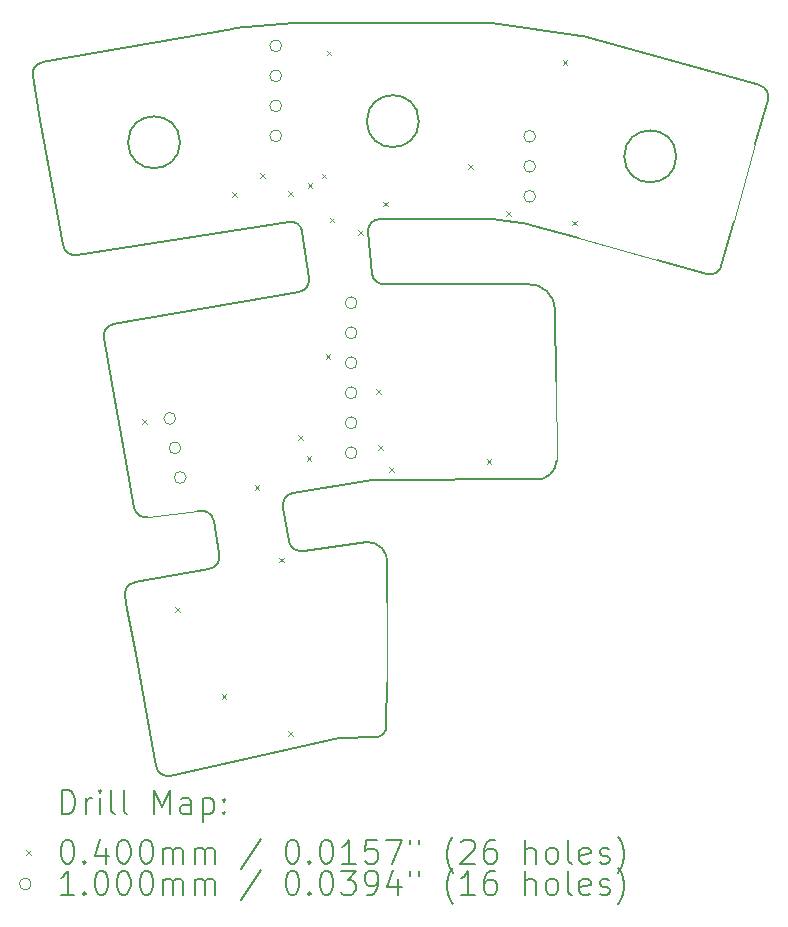
<source format=gbr>
%TF.GenerationSoftware,KiCad,Pcbnew,7.0.7*%
%TF.CreationDate,2024-02-03T15:44:29+08:00*%
%TF.ProjectId,flex,666c6578-2e6b-4696-9361-645f70636258,rev?*%
%TF.SameCoordinates,Original*%
%TF.FileFunction,Drillmap*%
%TF.FilePolarity,Positive*%
%FSLAX45Y45*%
G04 Gerber Fmt 4.5, Leading zero omitted, Abs format (unit mm)*
G04 Created by KiCad (PCBNEW 7.0.7) date 2024-02-03 15:44:29*
%MOMM*%
%LPD*%
G01*
G04 APERTURE LIST*
%ADD10C,0.200000*%
%ADD11C,0.050000*%
%ADD12C,0.040000*%
%ADD13C,0.100000*%
G04 APERTURE END LIST*
D10*
X8555443Y-6193620D02*
X8588920Y-6544631D01*
D11*
X10151759Y-8130428D02*
X10150581Y-7455429D01*
D10*
X6578791Y-9159953D02*
G75*
G03*
X6498440Y-9277529I17799J-98407D01*
G01*
X7999179Y-6190786D02*
G75*
G03*
X7884479Y-6105951I-99029J-13934D01*
G01*
X6505684Y-8140108D02*
X6387312Y-7475569D01*
X9602204Y-6085052D02*
G75*
G03*
X9588632Y-6084126I-13574J-99048D01*
G01*
X9588632Y-6084126D02*
X8654991Y-6084126D01*
X7249653Y-8639773D02*
G75*
G03*
X7116613Y-8553580I-107073J-19497D01*
G01*
X9602204Y-4425051D02*
X10362119Y-4529147D01*
X6761335Y-10716293D02*
X6709820Y-10432825D01*
X8654991Y-6084132D02*
G75*
G03*
X8555443Y-6193620I-1J-99998D01*
G01*
X6963330Y-5432817D02*
G75*
G03*
X6963330Y-5432817I-220000J0D01*
G01*
X10140952Y-6857929D02*
X10150581Y-7455429D01*
X11940831Y-5072795D02*
X11835280Y-5450836D01*
X8620912Y-10470958D02*
G75*
G03*
X8710912Y-10370953I-1642J91978D01*
G01*
X8588925Y-6544631D02*
G75*
G03*
X8688622Y-6635137I99545J9491D01*
G01*
X7939859Y-4424126D02*
G75*
G03*
X7931057Y-4424514I1J-99894D01*
G01*
X8597566Y-8295276D02*
G75*
G03*
X8588763Y-8295665I4J-99994D01*
G01*
X5796008Y-4757601D02*
G75*
G03*
X5714951Y-4873086I17482J-98459D01*
G01*
X6399393Y-6973159D02*
G75*
G03*
X6318480Y-7089151I17537J-98451D01*
G01*
X11425000Y-6548437D02*
X11006407Y-6431563D01*
X8306806Y-10473223D02*
X6881811Y-10795943D01*
X8016904Y-8892278D02*
X8550202Y-8816586D01*
X5796007Y-4757597D02*
X7410571Y-4470898D01*
D11*
X10339365Y-6245322D02*
X11006407Y-6431563D01*
D10*
X8718416Y-9000722D02*
G75*
G03*
X8550202Y-8816586I-168216J15232D01*
G01*
X11653759Y-6100971D02*
X11548208Y-6479012D01*
X10339365Y-6245322D02*
X9929033Y-6130755D01*
X6399394Y-6973164D02*
X7972959Y-6698675D01*
X7939859Y-4424126D02*
X9588632Y-4424126D01*
X8054800Y-6586234D02*
X7999176Y-6190786D01*
X9970952Y-8287929D02*
X8597566Y-8295276D01*
X5974358Y-6306286D02*
X5905000Y-5930000D01*
X7972959Y-6698676D02*
G75*
G03*
X8054800Y-6586234I-17190J98516D01*
G01*
X9915712Y-6127996D02*
X9602204Y-6085051D01*
X7296108Y-8912783D02*
X7249657Y-8639772D01*
D11*
X11653759Y-6100971D02*
X11835280Y-5450836D01*
D10*
X6589129Y-9768703D02*
X6709820Y-10432825D01*
X5974357Y-6306286D02*
G75*
G03*
X6088157Y-6386958I98343J18126D01*
G01*
X10375440Y-4531905D02*
X11871407Y-4949587D01*
X6761337Y-10716293D02*
G75*
G03*
X6881811Y-10795943I98383J17873D01*
G01*
X5779416Y-5246102D02*
X5714951Y-4873086D01*
X7419305Y-4469737D02*
X7931057Y-4424514D01*
X8620912Y-10470953D02*
X8306806Y-10473223D01*
X8718413Y-9000722D02*
X8718413Y-9328376D01*
X8719591Y-10003374D02*
X8710912Y-10370953D01*
X5905000Y-5930000D02*
X5779416Y-5246102D01*
X6574516Y-8526526D02*
X6505684Y-8140108D01*
D11*
X8719591Y-10003374D02*
X8718413Y-9328376D01*
D10*
X6518949Y-9382528D02*
X6498440Y-9277529D01*
X6574521Y-8526525D02*
G75*
G03*
X6690503Y-8607439I98449J17535D01*
G01*
X9970952Y-8287927D02*
G75*
G03*
X10151759Y-8130428I14908J165418D01*
G01*
X7419305Y-4469737D02*
G75*
G03*
X7410571Y-4470898I8825J-99813D01*
G01*
X6387312Y-7475569D02*
X6318480Y-7089151D01*
X11940829Y-5072795D02*
G75*
G03*
X11871407Y-4949587I-96329J26885D01*
G01*
X11165095Y-5552700D02*
G75*
G03*
X11165095Y-5552700I-220000J0D01*
G01*
X10140953Y-6857929D02*
G75*
G03*
X9900952Y-6633278I-225143J-1D01*
G01*
X9602204Y-4425052D02*
G75*
G03*
X9588632Y-4424126I-13574J-99048D01*
G01*
X10375440Y-4531905D02*
G75*
G03*
X10362119Y-4529147I-26930J-96495D01*
G01*
X7209914Y-9045821D02*
G75*
G03*
X7296108Y-8912783I-19494J107071D01*
G01*
X7884479Y-6105950D02*
X6088157Y-6386958D01*
X9929033Y-6130755D02*
G75*
G03*
X9915712Y-6127996I-26883J-96275D01*
G01*
X7883858Y-8806086D02*
G75*
G03*
X8016904Y-8892278I107072J19496D01*
G01*
X7837410Y-8533074D02*
X7883861Y-8806086D01*
D11*
X7116613Y-8553580D02*
X6690503Y-8607439D01*
D10*
X8688622Y-6635137D02*
X9900952Y-6633278D01*
X6578791Y-9159955D02*
X7209915Y-9045827D01*
X11424999Y-6548439D02*
G75*
G03*
X11548208Y-6479012I26891J96319D01*
G01*
X8985450Y-5254126D02*
G75*
G03*
X8985450Y-5254126I-220000J0D01*
G01*
X6589129Y-9768703D02*
X6518949Y-9382528D01*
X7923601Y-8400026D02*
G75*
G03*
X7837410Y-8533074I19499J-107074D01*
G01*
X8588763Y-8295664D02*
X7923602Y-8400031D01*
D12*
X6645000Y-7780000D02*
X6685000Y-7820000D01*
X6685000Y-7780000D02*
X6645000Y-7820000D01*
X6925000Y-9366000D02*
X6965000Y-9406000D01*
X6965000Y-9366000D02*
X6925000Y-9406000D01*
X7316000Y-10104000D02*
X7356000Y-10144000D01*
X7356000Y-10104000D02*
X7316000Y-10144000D01*
X7404053Y-5856778D02*
X7444053Y-5896778D01*
X7444053Y-5856778D02*
X7404053Y-5896778D01*
X7595000Y-8334048D02*
X7635000Y-8374048D01*
X7635000Y-8334048D02*
X7595000Y-8374048D01*
X7644053Y-5696778D02*
X7684053Y-5736778D01*
X7684053Y-5696778D02*
X7644053Y-5736778D01*
X7805000Y-8950000D02*
X7845000Y-8990000D01*
X7845000Y-8950000D02*
X7805000Y-8990000D01*
X7879000Y-5849278D02*
X7919000Y-5889278D01*
X7919000Y-5849278D02*
X7879000Y-5889278D01*
X7880000Y-10418000D02*
X7920000Y-10458000D01*
X7920000Y-10418000D02*
X7880000Y-10458000D01*
X7965000Y-7910000D02*
X8005000Y-7950000D01*
X8005000Y-7910000D02*
X7965000Y-7950000D01*
X8035000Y-8089837D02*
X8075000Y-8129837D01*
X8075000Y-8089837D02*
X8035000Y-8129837D01*
X8044053Y-5776778D02*
X8084053Y-5816778D01*
X8084053Y-5776778D02*
X8044053Y-5816778D01*
X8162000Y-5699278D02*
X8202000Y-5739278D01*
X8202000Y-5699278D02*
X8162000Y-5739278D01*
X8196000Y-7224000D02*
X8236000Y-7264000D01*
X8236000Y-7224000D02*
X8196000Y-7264000D01*
X8204053Y-4656779D02*
X8244053Y-4696779D01*
X8244053Y-4656779D02*
X8204053Y-4696779D01*
X8230000Y-6071000D02*
X8270000Y-6111000D01*
X8270000Y-6071000D02*
X8230000Y-6111000D01*
X8473000Y-6174000D02*
X8513000Y-6214000D01*
X8513000Y-6174000D02*
X8473000Y-6214000D01*
X8627000Y-7523000D02*
X8667000Y-7563000D01*
X8667000Y-7523000D02*
X8627000Y-7563000D01*
X8640000Y-7997000D02*
X8680000Y-8037000D01*
X8680000Y-7997000D02*
X8640000Y-8037000D01*
X8684053Y-5936778D02*
X8724053Y-5976778D01*
X8724053Y-5936778D02*
X8684053Y-5976778D01*
X8735000Y-8181000D02*
X8775000Y-8221000D01*
X8775000Y-8181000D02*
X8735000Y-8221000D01*
X9404053Y-5616778D02*
X9444053Y-5656778D01*
X9444053Y-5616778D02*
X9404053Y-5656778D01*
X9559000Y-8113380D02*
X9599000Y-8153380D01*
X9599000Y-8113380D02*
X9559000Y-8153380D01*
X9724053Y-6016778D02*
X9764053Y-6056778D01*
X9764053Y-6016778D02*
X9724053Y-6056778D01*
X10204053Y-4736779D02*
X10244053Y-4776779D01*
X10244053Y-4736779D02*
X10204053Y-4776779D01*
X10284053Y-6096778D02*
X10324053Y-6136778D01*
X10324053Y-6096778D02*
X10284053Y-6136778D01*
D13*
X6927000Y-7771000D02*
G75*
G03*
X6927000Y-7771000I-50000J0D01*
G01*
X6971107Y-8021141D02*
G75*
G03*
X6971107Y-8021141I-50000J0D01*
G01*
X7015213Y-8271282D02*
G75*
G03*
X7015213Y-8271282I-50000J0D01*
G01*
X7824053Y-4616779D02*
G75*
G03*
X7824053Y-4616779I-50000J0D01*
G01*
X7824053Y-4870779D02*
G75*
G03*
X7824053Y-4870779I-50000J0D01*
G01*
X7824053Y-5124779D02*
G75*
G03*
X7824053Y-5124779I-50000J0D01*
G01*
X7824053Y-5378779D02*
G75*
G03*
X7824053Y-5378779I-50000J0D01*
G01*
X8463000Y-6792000D02*
G75*
G03*
X8463000Y-6792000I-50000J0D01*
G01*
X8463000Y-7046000D02*
G75*
G03*
X8463000Y-7046000I-50000J0D01*
G01*
X8463000Y-7300000D02*
G75*
G03*
X8463000Y-7300000I-50000J0D01*
G01*
X8463000Y-7554000D02*
G75*
G03*
X8463000Y-7554000I-50000J0D01*
G01*
X8463000Y-7808000D02*
G75*
G03*
X8463000Y-7808000I-50000J0D01*
G01*
X8463000Y-8062000D02*
G75*
G03*
X8463000Y-8062000I-50000J0D01*
G01*
X9974053Y-5382779D02*
G75*
G03*
X9974053Y-5382779I-50000J0D01*
G01*
X9974053Y-5636778D02*
G75*
G03*
X9974053Y-5636778I-50000J0D01*
G01*
X9974053Y-5890778D02*
G75*
G03*
X9974053Y-5890778I-50000J0D01*
G01*
D10*
X5964268Y-11119897D02*
X5964268Y-10919897D01*
X5964268Y-10919897D02*
X6011887Y-10919897D01*
X6011887Y-10919897D02*
X6040458Y-10929421D01*
X6040458Y-10929421D02*
X6059506Y-10948469D01*
X6059506Y-10948469D02*
X6069030Y-10967516D01*
X6069030Y-10967516D02*
X6078554Y-11005612D01*
X6078554Y-11005612D02*
X6078554Y-11034183D01*
X6078554Y-11034183D02*
X6069030Y-11072278D01*
X6069030Y-11072278D02*
X6059506Y-11091326D01*
X6059506Y-11091326D02*
X6040458Y-11110374D01*
X6040458Y-11110374D02*
X6011887Y-11119897D01*
X6011887Y-11119897D02*
X5964268Y-11119897D01*
X6164268Y-11119897D02*
X6164268Y-10986564D01*
X6164268Y-11024659D02*
X6173792Y-11005612D01*
X6173792Y-11005612D02*
X6183315Y-10996088D01*
X6183315Y-10996088D02*
X6202363Y-10986564D01*
X6202363Y-10986564D02*
X6221411Y-10986564D01*
X6288077Y-11119897D02*
X6288077Y-10986564D01*
X6288077Y-10919897D02*
X6278554Y-10929421D01*
X6278554Y-10929421D02*
X6288077Y-10938945D01*
X6288077Y-10938945D02*
X6297601Y-10929421D01*
X6297601Y-10929421D02*
X6288077Y-10919897D01*
X6288077Y-10919897D02*
X6288077Y-10938945D01*
X6411887Y-11119897D02*
X6392839Y-11110374D01*
X6392839Y-11110374D02*
X6383315Y-11091326D01*
X6383315Y-11091326D02*
X6383315Y-10919897D01*
X6516649Y-11119897D02*
X6497601Y-11110374D01*
X6497601Y-11110374D02*
X6488077Y-11091326D01*
X6488077Y-11091326D02*
X6488077Y-10919897D01*
X6745220Y-11119897D02*
X6745220Y-10919897D01*
X6745220Y-10919897D02*
X6811887Y-11062754D01*
X6811887Y-11062754D02*
X6878554Y-10919897D01*
X6878554Y-10919897D02*
X6878554Y-11119897D01*
X7059506Y-11119897D02*
X7059506Y-11015135D01*
X7059506Y-11015135D02*
X7049982Y-10996088D01*
X7049982Y-10996088D02*
X7030935Y-10986564D01*
X7030935Y-10986564D02*
X6992839Y-10986564D01*
X6992839Y-10986564D02*
X6973792Y-10996088D01*
X7059506Y-11110374D02*
X7040458Y-11119897D01*
X7040458Y-11119897D02*
X6992839Y-11119897D01*
X6992839Y-11119897D02*
X6973792Y-11110374D01*
X6973792Y-11110374D02*
X6964268Y-11091326D01*
X6964268Y-11091326D02*
X6964268Y-11072278D01*
X6964268Y-11072278D02*
X6973792Y-11053231D01*
X6973792Y-11053231D02*
X6992839Y-11043707D01*
X6992839Y-11043707D02*
X7040458Y-11043707D01*
X7040458Y-11043707D02*
X7059506Y-11034183D01*
X7154744Y-10986564D02*
X7154744Y-11186564D01*
X7154744Y-10996088D02*
X7173792Y-10986564D01*
X7173792Y-10986564D02*
X7211887Y-10986564D01*
X7211887Y-10986564D02*
X7230935Y-10996088D01*
X7230935Y-10996088D02*
X7240458Y-11005612D01*
X7240458Y-11005612D02*
X7249982Y-11024659D01*
X7249982Y-11024659D02*
X7249982Y-11081802D01*
X7249982Y-11081802D02*
X7240458Y-11100850D01*
X7240458Y-11100850D02*
X7230935Y-11110374D01*
X7230935Y-11110374D02*
X7211887Y-11119897D01*
X7211887Y-11119897D02*
X7173792Y-11119897D01*
X7173792Y-11119897D02*
X7154744Y-11110374D01*
X7335696Y-11100850D02*
X7345220Y-11110374D01*
X7345220Y-11110374D02*
X7335696Y-11119897D01*
X7335696Y-11119897D02*
X7326173Y-11110374D01*
X7326173Y-11110374D02*
X7335696Y-11100850D01*
X7335696Y-11100850D02*
X7335696Y-11119897D01*
X7335696Y-10996088D02*
X7345220Y-11005612D01*
X7345220Y-11005612D02*
X7335696Y-11015135D01*
X7335696Y-11015135D02*
X7326173Y-11005612D01*
X7326173Y-11005612D02*
X7335696Y-10996088D01*
X7335696Y-10996088D02*
X7335696Y-11015135D01*
D12*
X5663491Y-11428413D02*
X5703491Y-11468413D01*
X5703491Y-11428413D02*
X5663491Y-11468413D01*
D10*
X6002363Y-11339897D02*
X6021411Y-11339897D01*
X6021411Y-11339897D02*
X6040458Y-11349421D01*
X6040458Y-11349421D02*
X6049982Y-11358945D01*
X6049982Y-11358945D02*
X6059506Y-11377992D01*
X6059506Y-11377992D02*
X6069030Y-11416088D01*
X6069030Y-11416088D02*
X6069030Y-11463707D01*
X6069030Y-11463707D02*
X6059506Y-11501802D01*
X6059506Y-11501802D02*
X6049982Y-11520850D01*
X6049982Y-11520850D02*
X6040458Y-11530373D01*
X6040458Y-11530373D02*
X6021411Y-11539897D01*
X6021411Y-11539897D02*
X6002363Y-11539897D01*
X6002363Y-11539897D02*
X5983315Y-11530373D01*
X5983315Y-11530373D02*
X5973792Y-11520850D01*
X5973792Y-11520850D02*
X5964268Y-11501802D01*
X5964268Y-11501802D02*
X5954744Y-11463707D01*
X5954744Y-11463707D02*
X5954744Y-11416088D01*
X5954744Y-11416088D02*
X5964268Y-11377992D01*
X5964268Y-11377992D02*
X5973792Y-11358945D01*
X5973792Y-11358945D02*
X5983315Y-11349421D01*
X5983315Y-11349421D02*
X6002363Y-11339897D01*
X6154744Y-11520850D02*
X6164268Y-11530373D01*
X6164268Y-11530373D02*
X6154744Y-11539897D01*
X6154744Y-11539897D02*
X6145220Y-11530373D01*
X6145220Y-11530373D02*
X6154744Y-11520850D01*
X6154744Y-11520850D02*
X6154744Y-11539897D01*
X6335696Y-11406564D02*
X6335696Y-11539897D01*
X6288077Y-11330373D02*
X6240458Y-11473231D01*
X6240458Y-11473231D02*
X6364268Y-11473231D01*
X6478554Y-11339897D02*
X6497601Y-11339897D01*
X6497601Y-11339897D02*
X6516649Y-11349421D01*
X6516649Y-11349421D02*
X6526173Y-11358945D01*
X6526173Y-11358945D02*
X6535696Y-11377992D01*
X6535696Y-11377992D02*
X6545220Y-11416088D01*
X6545220Y-11416088D02*
X6545220Y-11463707D01*
X6545220Y-11463707D02*
X6535696Y-11501802D01*
X6535696Y-11501802D02*
X6526173Y-11520850D01*
X6526173Y-11520850D02*
X6516649Y-11530373D01*
X6516649Y-11530373D02*
X6497601Y-11539897D01*
X6497601Y-11539897D02*
X6478554Y-11539897D01*
X6478554Y-11539897D02*
X6459506Y-11530373D01*
X6459506Y-11530373D02*
X6449982Y-11520850D01*
X6449982Y-11520850D02*
X6440458Y-11501802D01*
X6440458Y-11501802D02*
X6430935Y-11463707D01*
X6430935Y-11463707D02*
X6430935Y-11416088D01*
X6430935Y-11416088D02*
X6440458Y-11377992D01*
X6440458Y-11377992D02*
X6449982Y-11358945D01*
X6449982Y-11358945D02*
X6459506Y-11349421D01*
X6459506Y-11349421D02*
X6478554Y-11339897D01*
X6669030Y-11339897D02*
X6688077Y-11339897D01*
X6688077Y-11339897D02*
X6707125Y-11349421D01*
X6707125Y-11349421D02*
X6716649Y-11358945D01*
X6716649Y-11358945D02*
X6726173Y-11377992D01*
X6726173Y-11377992D02*
X6735696Y-11416088D01*
X6735696Y-11416088D02*
X6735696Y-11463707D01*
X6735696Y-11463707D02*
X6726173Y-11501802D01*
X6726173Y-11501802D02*
X6716649Y-11520850D01*
X6716649Y-11520850D02*
X6707125Y-11530373D01*
X6707125Y-11530373D02*
X6688077Y-11539897D01*
X6688077Y-11539897D02*
X6669030Y-11539897D01*
X6669030Y-11539897D02*
X6649982Y-11530373D01*
X6649982Y-11530373D02*
X6640458Y-11520850D01*
X6640458Y-11520850D02*
X6630935Y-11501802D01*
X6630935Y-11501802D02*
X6621411Y-11463707D01*
X6621411Y-11463707D02*
X6621411Y-11416088D01*
X6621411Y-11416088D02*
X6630935Y-11377992D01*
X6630935Y-11377992D02*
X6640458Y-11358945D01*
X6640458Y-11358945D02*
X6649982Y-11349421D01*
X6649982Y-11349421D02*
X6669030Y-11339897D01*
X6821411Y-11539897D02*
X6821411Y-11406564D01*
X6821411Y-11425611D02*
X6830935Y-11416088D01*
X6830935Y-11416088D02*
X6849982Y-11406564D01*
X6849982Y-11406564D02*
X6878554Y-11406564D01*
X6878554Y-11406564D02*
X6897601Y-11416088D01*
X6897601Y-11416088D02*
X6907125Y-11435135D01*
X6907125Y-11435135D02*
X6907125Y-11539897D01*
X6907125Y-11435135D02*
X6916649Y-11416088D01*
X6916649Y-11416088D02*
X6935696Y-11406564D01*
X6935696Y-11406564D02*
X6964268Y-11406564D01*
X6964268Y-11406564D02*
X6983316Y-11416088D01*
X6983316Y-11416088D02*
X6992839Y-11435135D01*
X6992839Y-11435135D02*
X6992839Y-11539897D01*
X7088077Y-11539897D02*
X7088077Y-11406564D01*
X7088077Y-11425611D02*
X7097601Y-11416088D01*
X7097601Y-11416088D02*
X7116649Y-11406564D01*
X7116649Y-11406564D02*
X7145220Y-11406564D01*
X7145220Y-11406564D02*
X7164268Y-11416088D01*
X7164268Y-11416088D02*
X7173792Y-11435135D01*
X7173792Y-11435135D02*
X7173792Y-11539897D01*
X7173792Y-11435135D02*
X7183316Y-11416088D01*
X7183316Y-11416088D02*
X7202363Y-11406564D01*
X7202363Y-11406564D02*
X7230935Y-11406564D01*
X7230935Y-11406564D02*
X7249982Y-11416088D01*
X7249982Y-11416088D02*
X7259506Y-11435135D01*
X7259506Y-11435135D02*
X7259506Y-11539897D01*
X7649982Y-11330373D02*
X7478554Y-11587516D01*
X7907125Y-11339897D02*
X7926173Y-11339897D01*
X7926173Y-11339897D02*
X7945220Y-11349421D01*
X7945220Y-11349421D02*
X7954744Y-11358945D01*
X7954744Y-11358945D02*
X7964268Y-11377992D01*
X7964268Y-11377992D02*
X7973792Y-11416088D01*
X7973792Y-11416088D02*
X7973792Y-11463707D01*
X7973792Y-11463707D02*
X7964268Y-11501802D01*
X7964268Y-11501802D02*
X7954744Y-11520850D01*
X7954744Y-11520850D02*
X7945220Y-11530373D01*
X7945220Y-11530373D02*
X7926173Y-11539897D01*
X7926173Y-11539897D02*
X7907125Y-11539897D01*
X7907125Y-11539897D02*
X7888078Y-11530373D01*
X7888078Y-11530373D02*
X7878554Y-11520850D01*
X7878554Y-11520850D02*
X7869030Y-11501802D01*
X7869030Y-11501802D02*
X7859506Y-11463707D01*
X7859506Y-11463707D02*
X7859506Y-11416088D01*
X7859506Y-11416088D02*
X7869030Y-11377992D01*
X7869030Y-11377992D02*
X7878554Y-11358945D01*
X7878554Y-11358945D02*
X7888078Y-11349421D01*
X7888078Y-11349421D02*
X7907125Y-11339897D01*
X8059506Y-11520850D02*
X8069030Y-11530373D01*
X8069030Y-11530373D02*
X8059506Y-11539897D01*
X8059506Y-11539897D02*
X8049982Y-11530373D01*
X8049982Y-11530373D02*
X8059506Y-11520850D01*
X8059506Y-11520850D02*
X8059506Y-11539897D01*
X8192839Y-11339897D02*
X8211887Y-11339897D01*
X8211887Y-11339897D02*
X8230935Y-11349421D01*
X8230935Y-11349421D02*
X8240459Y-11358945D01*
X8240459Y-11358945D02*
X8249982Y-11377992D01*
X8249982Y-11377992D02*
X8259506Y-11416088D01*
X8259506Y-11416088D02*
X8259506Y-11463707D01*
X8259506Y-11463707D02*
X8249982Y-11501802D01*
X8249982Y-11501802D02*
X8240459Y-11520850D01*
X8240459Y-11520850D02*
X8230935Y-11530373D01*
X8230935Y-11530373D02*
X8211887Y-11539897D01*
X8211887Y-11539897D02*
X8192839Y-11539897D01*
X8192839Y-11539897D02*
X8173792Y-11530373D01*
X8173792Y-11530373D02*
X8164268Y-11520850D01*
X8164268Y-11520850D02*
X8154744Y-11501802D01*
X8154744Y-11501802D02*
X8145220Y-11463707D01*
X8145220Y-11463707D02*
X8145220Y-11416088D01*
X8145220Y-11416088D02*
X8154744Y-11377992D01*
X8154744Y-11377992D02*
X8164268Y-11358945D01*
X8164268Y-11358945D02*
X8173792Y-11349421D01*
X8173792Y-11349421D02*
X8192839Y-11339897D01*
X8449982Y-11539897D02*
X8335697Y-11539897D01*
X8392840Y-11539897D02*
X8392840Y-11339897D01*
X8392840Y-11339897D02*
X8373792Y-11368469D01*
X8373792Y-11368469D02*
X8354744Y-11387516D01*
X8354744Y-11387516D02*
X8335697Y-11397040D01*
X8630935Y-11339897D02*
X8535697Y-11339897D01*
X8535697Y-11339897D02*
X8526173Y-11435135D01*
X8526173Y-11435135D02*
X8535697Y-11425611D01*
X8535697Y-11425611D02*
X8554744Y-11416088D01*
X8554744Y-11416088D02*
X8602363Y-11416088D01*
X8602363Y-11416088D02*
X8621411Y-11425611D01*
X8621411Y-11425611D02*
X8630935Y-11435135D01*
X8630935Y-11435135D02*
X8640459Y-11454183D01*
X8640459Y-11454183D02*
X8640459Y-11501802D01*
X8640459Y-11501802D02*
X8630935Y-11520850D01*
X8630935Y-11520850D02*
X8621411Y-11530373D01*
X8621411Y-11530373D02*
X8602363Y-11539897D01*
X8602363Y-11539897D02*
X8554744Y-11539897D01*
X8554744Y-11539897D02*
X8535697Y-11530373D01*
X8535697Y-11530373D02*
X8526173Y-11520850D01*
X8707125Y-11339897D02*
X8840459Y-11339897D01*
X8840459Y-11339897D02*
X8754744Y-11539897D01*
X8907125Y-11339897D02*
X8907125Y-11377992D01*
X8983316Y-11339897D02*
X8983316Y-11377992D01*
X9278554Y-11616088D02*
X9269030Y-11606564D01*
X9269030Y-11606564D02*
X9249983Y-11577992D01*
X9249983Y-11577992D02*
X9240459Y-11558945D01*
X9240459Y-11558945D02*
X9230935Y-11530373D01*
X9230935Y-11530373D02*
X9221411Y-11482754D01*
X9221411Y-11482754D02*
X9221411Y-11444659D01*
X9221411Y-11444659D02*
X9230935Y-11397040D01*
X9230935Y-11397040D02*
X9240459Y-11368469D01*
X9240459Y-11368469D02*
X9249983Y-11349421D01*
X9249983Y-11349421D02*
X9269030Y-11320850D01*
X9269030Y-11320850D02*
X9278554Y-11311326D01*
X9345221Y-11358945D02*
X9354744Y-11349421D01*
X9354744Y-11349421D02*
X9373792Y-11339897D01*
X9373792Y-11339897D02*
X9421411Y-11339897D01*
X9421411Y-11339897D02*
X9440459Y-11349421D01*
X9440459Y-11349421D02*
X9449983Y-11358945D01*
X9449983Y-11358945D02*
X9459506Y-11377992D01*
X9459506Y-11377992D02*
X9459506Y-11397040D01*
X9459506Y-11397040D02*
X9449983Y-11425611D01*
X9449983Y-11425611D02*
X9335697Y-11539897D01*
X9335697Y-11539897D02*
X9459506Y-11539897D01*
X9630935Y-11339897D02*
X9592840Y-11339897D01*
X9592840Y-11339897D02*
X9573792Y-11349421D01*
X9573792Y-11349421D02*
X9564268Y-11358945D01*
X9564268Y-11358945D02*
X9545221Y-11387516D01*
X9545221Y-11387516D02*
X9535697Y-11425611D01*
X9535697Y-11425611D02*
X9535697Y-11501802D01*
X9535697Y-11501802D02*
X9545221Y-11520850D01*
X9545221Y-11520850D02*
X9554744Y-11530373D01*
X9554744Y-11530373D02*
X9573792Y-11539897D01*
X9573792Y-11539897D02*
X9611887Y-11539897D01*
X9611887Y-11539897D02*
X9630935Y-11530373D01*
X9630935Y-11530373D02*
X9640459Y-11520850D01*
X9640459Y-11520850D02*
X9649983Y-11501802D01*
X9649983Y-11501802D02*
X9649983Y-11454183D01*
X9649983Y-11454183D02*
X9640459Y-11435135D01*
X9640459Y-11435135D02*
X9630935Y-11425611D01*
X9630935Y-11425611D02*
X9611887Y-11416088D01*
X9611887Y-11416088D02*
X9573792Y-11416088D01*
X9573792Y-11416088D02*
X9554744Y-11425611D01*
X9554744Y-11425611D02*
X9545221Y-11435135D01*
X9545221Y-11435135D02*
X9535697Y-11454183D01*
X9888078Y-11539897D02*
X9888078Y-11339897D01*
X9973792Y-11539897D02*
X9973792Y-11435135D01*
X9973792Y-11435135D02*
X9964268Y-11416088D01*
X9964268Y-11416088D02*
X9945221Y-11406564D01*
X9945221Y-11406564D02*
X9916649Y-11406564D01*
X9916649Y-11406564D02*
X9897602Y-11416088D01*
X9897602Y-11416088D02*
X9888078Y-11425611D01*
X10097602Y-11539897D02*
X10078554Y-11530373D01*
X10078554Y-11530373D02*
X10069030Y-11520850D01*
X10069030Y-11520850D02*
X10059506Y-11501802D01*
X10059506Y-11501802D02*
X10059506Y-11444659D01*
X10059506Y-11444659D02*
X10069030Y-11425611D01*
X10069030Y-11425611D02*
X10078554Y-11416088D01*
X10078554Y-11416088D02*
X10097602Y-11406564D01*
X10097602Y-11406564D02*
X10126173Y-11406564D01*
X10126173Y-11406564D02*
X10145221Y-11416088D01*
X10145221Y-11416088D02*
X10154745Y-11425611D01*
X10154745Y-11425611D02*
X10164268Y-11444659D01*
X10164268Y-11444659D02*
X10164268Y-11501802D01*
X10164268Y-11501802D02*
X10154745Y-11520850D01*
X10154745Y-11520850D02*
X10145221Y-11530373D01*
X10145221Y-11530373D02*
X10126173Y-11539897D01*
X10126173Y-11539897D02*
X10097602Y-11539897D01*
X10278554Y-11539897D02*
X10259506Y-11530373D01*
X10259506Y-11530373D02*
X10249983Y-11511326D01*
X10249983Y-11511326D02*
X10249983Y-11339897D01*
X10430935Y-11530373D02*
X10411887Y-11539897D01*
X10411887Y-11539897D02*
X10373792Y-11539897D01*
X10373792Y-11539897D02*
X10354745Y-11530373D01*
X10354745Y-11530373D02*
X10345221Y-11511326D01*
X10345221Y-11511326D02*
X10345221Y-11435135D01*
X10345221Y-11435135D02*
X10354745Y-11416088D01*
X10354745Y-11416088D02*
X10373792Y-11406564D01*
X10373792Y-11406564D02*
X10411887Y-11406564D01*
X10411887Y-11406564D02*
X10430935Y-11416088D01*
X10430935Y-11416088D02*
X10440459Y-11435135D01*
X10440459Y-11435135D02*
X10440459Y-11454183D01*
X10440459Y-11454183D02*
X10345221Y-11473231D01*
X10516649Y-11530373D02*
X10535697Y-11539897D01*
X10535697Y-11539897D02*
X10573792Y-11539897D01*
X10573792Y-11539897D02*
X10592840Y-11530373D01*
X10592840Y-11530373D02*
X10602364Y-11511326D01*
X10602364Y-11511326D02*
X10602364Y-11501802D01*
X10602364Y-11501802D02*
X10592840Y-11482754D01*
X10592840Y-11482754D02*
X10573792Y-11473231D01*
X10573792Y-11473231D02*
X10545221Y-11473231D01*
X10545221Y-11473231D02*
X10526173Y-11463707D01*
X10526173Y-11463707D02*
X10516649Y-11444659D01*
X10516649Y-11444659D02*
X10516649Y-11435135D01*
X10516649Y-11435135D02*
X10526173Y-11416088D01*
X10526173Y-11416088D02*
X10545221Y-11406564D01*
X10545221Y-11406564D02*
X10573792Y-11406564D01*
X10573792Y-11406564D02*
X10592840Y-11416088D01*
X10669030Y-11616088D02*
X10678554Y-11606564D01*
X10678554Y-11606564D02*
X10697602Y-11577992D01*
X10697602Y-11577992D02*
X10707126Y-11558945D01*
X10707126Y-11558945D02*
X10716649Y-11530373D01*
X10716649Y-11530373D02*
X10726173Y-11482754D01*
X10726173Y-11482754D02*
X10726173Y-11444659D01*
X10726173Y-11444659D02*
X10716649Y-11397040D01*
X10716649Y-11397040D02*
X10707126Y-11368469D01*
X10707126Y-11368469D02*
X10697602Y-11349421D01*
X10697602Y-11349421D02*
X10678554Y-11320850D01*
X10678554Y-11320850D02*
X10669030Y-11311326D01*
D13*
X5703491Y-11712413D02*
G75*
G03*
X5703491Y-11712413I-50000J0D01*
G01*
D10*
X6069030Y-11803897D02*
X5954744Y-11803897D01*
X6011887Y-11803897D02*
X6011887Y-11603897D01*
X6011887Y-11603897D02*
X5992839Y-11632469D01*
X5992839Y-11632469D02*
X5973792Y-11651516D01*
X5973792Y-11651516D02*
X5954744Y-11661040D01*
X6154744Y-11784850D02*
X6164268Y-11794373D01*
X6164268Y-11794373D02*
X6154744Y-11803897D01*
X6154744Y-11803897D02*
X6145220Y-11794373D01*
X6145220Y-11794373D02*
X6154744Y-11784850D01*
X6154744Y-11784850D02*
X6154744Y-11803897D01*
X6288077Y-11603897D02*
X6307125Y-11603897D01*
X6307125Y-11603897D02*
X6326173Y-11613421D01*
X6326173Y-11613421D02*
X6335696Y-11622945D01*
X6335696Y-11622945D02*
X6345220Y-11641992D01*
X6345220Y-11641992D02*
X6354744Y-11680088D01*
X6354744Y-11680088D02*
X6354744Y-11727707D01*
X6354744Y-11727707D02*
X6345220Y-11765802D01*
X6345220Y-11765802D02*
X6335696Y-11784850D01*
X6335696Y-11784850D02*
X6326173Y-11794373D01*
X6326173Y-11794373D02*
X6307125Y-11803897D01*
X6307125Y-11803897D02*
X6288077Y-11803897D01*
X6288077Y-11803897D02*
X6269030Y-11794373D01*
X6269030Y-11794373D02*
X6259506Y-11784850D01*
X6259506Y-11784850D02*
X6249982Y-11765802D01*
X6249982Y-11765802D02*
X6240458Y-11727707D01*
X6240458Y-11727707D02*
X6240458Y-11680088D01*
X6240458Y-11680088D02*
X6249982Y-11641992D01*
X6249982Y-11641992D02*
X6259506Y-11622945D01*
X6259506Y-11622945D02*
X6269030Y-11613421D01*
X6269030Y-11613421D02*
X6288077Y-11603897D01*
X6478554Y-11603897D02*
X6497601Y-11603897D01*
X6497601Y-11603897D02*
X6516649Y-11613421D01*
X6516649Y-11613421D02*
X6526173Y-11622945D01*
X6526173Y-11622945D02*
X6535696Y-11641992D01*
X6535696Y-11641992D02*
X6545220Y-11680088D01*
X6545220Y-11680088D02*
X6545220Y-11727707D01*
X6545220Y-11727707D02*
X6535696Y-11765802D01*
X6535696Y-11765802D02*
X6526173Y-11784850D01*
X6526173Y-11784850D02*
X6516649Y-11794373D01*
X6516649Y-11794373D02*
X6497601Y-11803897D01*
X6497601Y-11803897D02*
X6478554Y-11803897D01*
X6478554Y-11803897D02*
X6459506Y-11794373D01*
X6459506Y-11794373D02*
X6449982Y-11784850D01*
X6449982Y-11784850D02*
X6440458Y-11765802D01*
X6440458Y-11765802D02*
X6430935Y-11727707D01*
X6430935Y-11727707D02*
X6430935Y-11680088D01*
X6430935Y-11680088D02*
X6440458Y-11641992D01*
X6440458Y-11641992D02*
X6449982Y-11622945D01*
X6449982Y-11622945D02*
X6459506Y-11613421D01*
X6459506Y-11613421D02*
X6478554Y-11603897D01*
X6669030Y-11603897D02*
X6688077Y-11603897D01*
X6688077Y-11603897D02*
X6707125Y-11613421D01*
X6707125Y-11613421D02*
X6716649Y-11622945D01*
X6716649Y-11622945D02*
X6726173Y-11641992D01*
X6726173Y-11641992D02*
X6735696Y-11680088D01*
X6735696Y-11680088D02*
X6735696Y-11727707D01*
X6735696Y-11727707D02*
X6726173Y-11765802D01*
X6726173Y-11765802D02*
X6716649Y-11784850D01*
X6716649Y-11784850D02*
X6707125Y-11794373D01*
X6707125Y-11794373D02*
X6688077Y-11803897D01*
X6688077Y-11803897D02*
X6669030Y-11803897D01*
X6669030Y-11803897D02*
X6649982Y-11794373D01*
X6649982Y-11794373D02*
X6640458Y-11784850D01*
X6640458Y-11784850D02*
X6630935Y-11765802D01*
X6630935Y-11765802D02*
X6621411Y-11727707D01*
X6621411Y-11727707D02*
X6621411Y-11680088D01*
X6621411Y-11680088D02*
X6630935Y-11641992D01*
X6630935Y-11641992D02*
X6640458Y-11622945D01*
X6640458Y-11622945D02*
X6649982Y-11613421D01*
X6649982Y-11613421D02*
X6669030Y-11603897D01*
X6821411Y-11803897D02*
X6821411Y-11670564D01*
X6821411Y-11689611D02*
X6830935Y-11680088D01*
X6830935Y-11680088D02*
X6849982Y-11670564D01*
X6849982Y-11670564D02*
X6878554Y-11670564D01*
X6878554Y-11670564D02*
X6897601Y-11680088D01*
X6897601Y-11680088D02*
X6907125Y-11699135D01*
X6907125Y-11699135D02*
X6907125Y-11803897D01*
X6907125Y-11699135D02*
X6916649Y-11680088D01*
X6916649Y-11680088D02*
X6935696Y-11670564D01*
X6935696Y-11670564D02*
X6964268Y-11670564D01*
X6964268Y-11670564D02*
X6983316Y-11680088D01*
X6983316Y-11680088D02*
X6992839Y-11699135D01*
X6992839Y-11699135D02*
X6992839Y-11803897D01*
X7088077Y-11803897D02*
X7088077Y-11670564D01*
X7088077Y-11689611D02*
X7097601Y-11680088D01*
X7097601Y-11680088D02*
X7116649Y-11670564D01*
X7116649Y-11670564D02*
X7145220Y-11670564D01*
X7145220Y-11670564D02*
X7164268Y-11680088D01*
X7164268Y-11680088D02*
X7173792Y-11699135D01*
X7173792Y-11699135D02*
X7173792Y-11803897D01*
X7173792Y-11699135D02*
X7183316Y-11680088D01*
X7183316Y-11680088D02*
X7202363Y-11670564D01*
X7202363Y-11670564D02*
X7230935Y-11670564D01*
X7230935Y-11670564D02*
X7249982Y-11680088D01*
X7249982Y-11680088D02*
X7259506Y-11699135D01*
X7259506Y-11699135D02*
X7259506Y-11803897D01*
X7649982Y-11594373D02*
X7478554Y-11851516D01*
X7907125Y-11603897D02*
X7926173Y-11603897D01*
X7926173Y-11603897D02*
X7945220Y-11613421D01*
X7945220Y-11613421D02*
X7954744Y-11622945D01*
X7954744Y-11622945D02*
X7964268Y-11641992D01*
X7964268Y-11641992D02*
X7973792Y-11680088D01*
X7973792Y-11680088D02*
X7973792Y-11727707D01*
X7973792Y-11727707D02*
X7964268Y-11765802D01*
X7964268Y-11765802D02*
X7954744Y-11784850D01*
X7954744Y-11784850D02*
X7945220Y-11794373D01*
X7945220Y-11794373D02*
X7926173Y-11803897D01*
X7926173Y-11803897D02*
X7907125Y-11803897D01*
X7907125Y-11803897D02*
X7888078Y-11794373D01*
X7888078Y-11794373D02*
X7878554Y-11784850D01*
X7878554Y-11784850D02*
X7869030Y-11765802D01*
X7869030Y-11765802D02*
X7859506Y-11727707D01*
X7859506Y-11727707D02*
X7859506Y-11680088D01*
X7859506Y-11680088D02*
X7869030Y-11641992D01*
X7869030Y-11641992D02*
X7878554Y-11622945D01*
X7878554Y-11622945D02*
X7888078Y-11613421D01*
X7888078Y-11613421D02*
X7907125Y-11603897D01*
X8059506Y-11784850D02*
X8069030Y-11794373D01*
X8069030Y-11794373D02*
X8059506Y-11803897D01*
X8059506Y-11803897D02*
X8049982Y-11794373D01*
X8049982Y-11794373D02*
X8059506Y-11784850D01*
X8059506Y-11784850D02*
X8059506Y-11803897D01*
X8192839Y-11603897D02*
X8211887Y-11603897D01*
X8211887Y-11603897D02*
X8230935Y-11613421D01*
X8230935Y-11613421D02*
X8240459Y-11622945D01*
X8240459Y-11622945D02*
X8249982Y-11641992D01*
X8249982Y-11641992D02*
X8259506Y-11680088D01*
X8259506Y-11680088D02*
X8259506Y-11727707D01*
X8259506Y-11727707D02*
X8249982Y-11765802D01*
X8249982Y-11765802D02*
X8240459Y-11784850D01*
X8240459Y-11784850D02*
X8230935Y-11794373D01*
X8230935Y-11794373D02*
X8211887Y-11803897D01*
X8211887Y-11803897D02*
X8192839Y-11803897D01*
X8192839Y-11803897D02*
X8173792Y-11794373D01*
X8173792Y-11794373D02*
X8164268Y-11784850D01*
X8164268Y-11784850D02*
X8154744Y-11765802D01*
X8154744Y-11765802D02*
X8145220Y-11727707D01*
X8145220Y-11727707D02*
X8145220Y-11680088D01*
X8145220Y-11680088D02*
X8154744Y-11641992D01*
X8154744Y-11641992D02*
X8164268Y-11622945D01*
X8164268Y-11622945D02*
X8173792Y-11613421D01*
X8173792Y-11613421D02*
X8192839Y-11603897D01*
X8326173Y-11603897D02*
X8449982Y-11603897D01*
X8449982Y-11603897D02*
X8383316Y-11680088D01*
X8383316Y-11680088D02*
X8411887Y-11680088D01*
X8411887Y-11680088D02*
X8430935Y-11689611D01*
X8430935Y-11689611D02*
X8440459Y-11699135D01*
X8440459Y-11699135D02*
X8449982Y-11718183D01*
X8449982Y-11718183D02*
X8449982Y-11765802D01*
X8449982Y-11765802D02*
X8440459Y-11784850D01*
X8440459Y-11784850D02*
X8430935Y-11794373D01*
X8430935Y-11794373D02*
X8411887Y-11803897D01*
X8411887Y-11803897D02*
X8354744Y-11803897D01*
X8354744Y-11803897D02*
X8335697Y-11794373D01*
X8335697Y-11794373D02*
X8326173Y-11784850D01*
X8545221Y-11803897D02*
X8583316Y-11803897D01*
X8583316Y-11803897D02*
X8602363Y-11794373D01*
X8602363Y-11794373D02*
X8611887Y-11784850D01*
X8611887Y-11784850D02*
X8630935Y-11756278D01*
X8630935Y-11756278D02*
X8640459Y-11718183D01*
X8640459Y-11718183D02*
X8640459Y-11641992D01*
X8640459Y-11641992D02*
X8630935Y-11622945D01*
X8630935Y-11622945D02*
X8621411Y-11613421D01*
X8621411Y-11613421D02*
X8602363Y-11603897D01*
X8602363Y-11603897D02*
X8564268Y-11603897D01*
X8564268Y-11603897D02*
X8545221Y-11613421D01*
X8545221Y-11613421D02*
X8535697Y-11622945D01*
X8535697Y-11622945D02*
X8526173Y-11641992D01*
X8526173Y-11641992D02*
X8526173Y-11689611D01*
X8526173Y-11689611D02*
X8535697Y-11708659D01*
X8535697Y-11708659D02*
X8545221Y-11718183D01*
X8545221Y-11718183D02*
X8564268Y-11727707D01*
X8564268Y-11727707D02*
X8602363Y-11727707D01*
X8602363Y-11727707D02*
X8621411Y-11718183D01*
X8621411Y-11718183D02*
X8630935Y-11708659D01*
X8630935Y-11708659D02*
X8640459Y-11689611D01*
X8811887Y-11670564D02*
X8811887Y-11803897D01*
X8764268Y-11594373D02*
X8716649Y-11737231D01*
X8716649Y-11737231D02*
X8840459Y-11737231D01*
X8907125Y-11603897D02*
X8907125Y-11641992D01*
X8983316Y-11603897D02*
X8983316Y-11641992D01*
X9278554Y-11880088D02*
X9269030Y-11870564D01*
X9269030Y-11870564D02*
X9249983Y-11841992D01*
X9249983Y-11841992D02*
X9240459Y-11822945D01*
X9240459Y-11822945D02*
X9230935Y-11794373D01*
X9230935Y-11794373D02*
X9221411Y-11746754D01*
X9221411Y-11746754D02*
X9221411Y-11708659D01*
X9221411Y-11708659D02*
X9230935Y-11661040D01*
X9230935Y-11661040D02*
X9240459Y-11632469D01*
X9240459Y-11632469D02*
X9249983Y-11613421D01*
X9249983Y-11613421D02*
X9269030Y-11584850D01*
X9269030Y-11584850D02*
X9278554Y-11575326D01*
X9459506Y-11803897D02*
X9345221Y-11803897D01*
X9402363Y-11803897D02*
X9402363Y-11603897D01*
X9402363Y-11603897D02*
X9383316Y-11632469D01*
X9383316Y-11632469D02*
X9364268Y-11651516D01*
X9364268Y-11651516D02*
X9345221Y-11661040D01*
X9630935Y-11603897D02*
X9592840Y-11603897D01*
X9592840Y-11603897D02*
X9573792Y-11613421D01*
X9573792Y-11613421D02*
X9564268Y-11622945D01*
X9564268Y-11622945D02*
X9545221Y-11651516D01*
X9545221Y-11651516D02*
X9535697Y-11689611D01*
X9535697Y-11689611D02*
X9535697Y-11765802D01*
X9535697Y-11765802D02*
X9545221Y-11784850D01*
X9545221Y-11784850D02*
X9554744Y-11794373D01*
X9554744Y-11794373D02*
X9573792Y-11803897D01*
X9573792Y-11803897D02*
X9611887Y-11803897D01*
X9611887Y-11803897D02*
X9630935Y-11794373D01*
X9630935Y-11794373D02*
X9640459Y-11784850D01*
X9640459Y-11784850D02*
X9649983Y-11765802D01*
X9649983Y-11765802D02*
X9649983Y-11718183D01*
X9649983Y-11718183D02*
X9640459Y-11699135D01*
X9640459Y-11699135D02*
X9630935Y-11689611D01*
X9630935Y-11689611D02*
X9611887Y-11680088D01*
X9611887Y-11680088D02*
X9573792Y-11680088D01*
X9573792Y-11680088D02*
X9554744Y-11689611D01*
X9554744Y-11689611D02*
X9545221Y-11699135D01*
X9545221Y-11699135D02*
X9535697Y-11718183D01*
X9888078Y-11803897D02*
X9888078Y-11603897D01*
X9973792Y-11803897D02*
X9973792Y-11699135D01*
X9973792Y-11699135D02*
X9964268Y-11680088D01*
X9964268Y-11680088D02*
X9945221Y-11670564D01*
X9945221Y-11670564D02*
X9916649Y-11670564D01*
X9916649Y-11670564D02*
X9897602Y-11680088D01*
X9897602Y-11680088D02*
X9888078Y-11689611D01*
X10097602Y-11803897D02*
X10078554Y-11794373D01*
X10078554Y-11794373D02*
X10069030Y-11784850D01*
X10069030Y-11784850D02*
X10059506Y-11765802D01*
X10059506Y-11765802D02*
X10059506Y-11708659D01*
X10059506Y-11708659D02*
X10069030Y-11689611D01*
X10069030Y-11689611D02*
X10078554Y-11680088D01*
X10078554Y-11680088D02*
X10097602Y-11670564D01*
X10097602Y-11670564D02*
X10126173Y-11670564D01*
X10126173Y-11670564D02*
X10145221Y-11680088D01*
X10145221Y-11680088D02*
X10154745Y-11689611D01*
X10154745Y-11689611D02*
X10164268Y-11708659D01*
X10164268Y-11708659D02*
X10164268Y-11765802D01*
X10164268Y-11765802D02*
X10154745Y-11784850D01*
X10154745Y-11784850D02*
X10145221Y-11794373D01*
X10145221Y-11794373D02*
X10126173Y-11803897D01*
X10126173Y-11803897D02*
X10097602Y-11803897D01*
X10278554Y-11803897D02*
X10259506Y-11794373D01*
X10259506Y-11794373D02*
X10249983Y-11775326D01*
X10249983Y-11775326D02*
X10249983Y-11603897D01*
X10430935Y-11794373D02*
X10411887Y-11803897D01*
X10411887Y-11803897D02*
X10373792Y-11803897D01*
X10373792Y-11803897D02*
X10354745Y-11794373D01*
X10354745Y-11794373D02*
X10345221Y-11775326D01*
X10345221Y-11775326D02*
X10345221Y-11699135D01*
X10345221Y-11699135D02*
X10354745Y-11680088D01*
X10354745Y-11680088D02*
X10373792Y-11670564D01*
X10373792Y-11670564D02*
X10411887Y-11670564D01*
X10411887Y-11670564D02*
X10430935Y-11680088D01*
X10430935Y-11680088D02*
X10440459Y-11699135D01*
X10440459Y-11699135D02*
X10440459Y-11718183D01*
X10440459Y-11718183D02*
X10345221Y-11737231D01*
X10516649Y-11794373D02*
X10535697Y-11803897D01*
X10535697Y-11803897D02*
X10573792Y-11803897D01*
X10573792Y-11803897D02*
X10592840Y-11794373D01*
X10592840Y-11794373D02*
X10602364Y-11775326D01*
X10602364Y-11775326D02*
X10602364Y-11765802D01*
X10602364Y-11765802D02*
X10592840Y-11746754D01*
X10592840Y-11746754D02*
X10573792Y-11737231D01*
X10573792Y-11737231D02*
X10545221Y-11737231D01*
X10545221Y-11737231D02*
X10526173Y-11727707D01*
X10526173Y-11727707D02*
X10516649Y-11708659D01*
X10516649Y-11708659D02*
X10516649Y-11699135D01*
X10516649Y-11699135D02*
X10526173Y-11680088D01*
X10526173Y-11680088D02*
X10545221Y-11670564D01*
X10545221Y-11670564D02*
X10573792Y-11670564D01*
X10573792Y-11670564D02*
X10592840Y-11680088D01*
X10669030Y-11880088D02*
X10678554Y-11870564D01*
X10678554Y-11870564D02*
X10697602Y-11841992D01*
X10697602Y-11841992D02*
X10707126Y-11822945D01*
X10707126Y-11822945D02*
X10716649Y-11794373D01*
X10716649Y-11794373D02*
X10726173Y-11746754D01*
X10726173Y-11746754D02*
X10726173Y-11708659D01*
X10726173Y-11708659D02*
X10716649Y-11661040D01*
X10716649Y-11661040D02*
X10707126Y-11632469D01*
X10707126Y-11632469D02*
X10697602Y-11613421D01*
X10697602Y-11613421D02*
X10678554Y-11584850D01*
X10678554Y-11584850D02*
X10669030Y-11575326D01*
M02*

</source>
